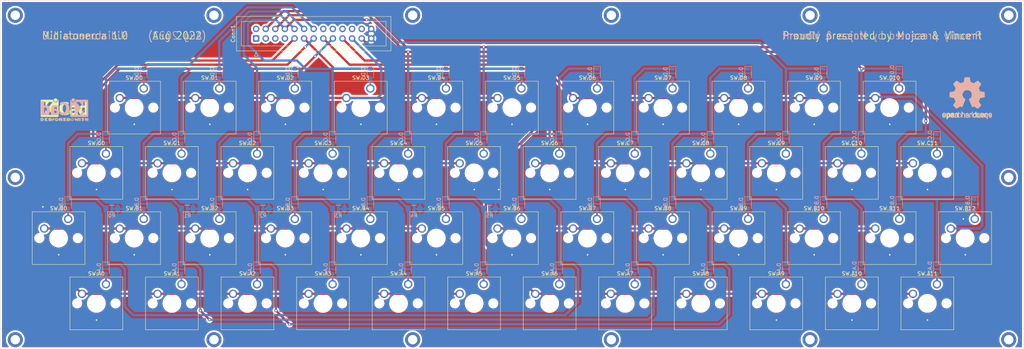
<source format=kicad_pcb>
(kicad_pcb (version 20211014) (generator pcbnew)
  (layers (0 "F.Cu" signal) (31 "B.Cu" signal) (34 "B.Paste" user) (35 "F.Paste" user) (36 "B.SilkS" user "B.Silkscreen") (37 "F.SilkS" user "F.Silkscreen") (38 "B.Mask" user) (39 "F.Mask" user) (44 "Edge.Cuts" user))
  (net 0 "")
  (net 4 "arduino_A5")
  (net 6 "arduino_A4")
  (net 8 "arduino_A3")
  (net 9 "arduino_D5")
  (net 10 "arduino_A2")
  (net 11 "arduino_D6")
  (net 12 "arduino_A1")
  (net 13 "arduino_D7")
  (net 14 "arduino_A0")
  (net 15 "arduino_D8")
  (net 17 "arduino_D9")
  (net 19 "arduino_D10")
  (net 21 "arduino_D11")
  (net 23 "arduino_D12")
  (net 25 "GND")
  (net 26 "Net-(D.A0-Pad2)")
  (net 27 "Net-(D.A1-Pad2)")
  (net 28 "Net-(D.A2-Pad2)")
  (net 29 "Net-(D.A3-Pad2)")
  (net 30 "Net-(D.A4-Pad2)")
  (net 31 "Net-(D.A5-Pad2)")
  (net 32 "Net-(D.A6-Pad2)")
  (net 33 "Net-(D.A7-Pad2)")
  (net 34 "Net-(D.A8-Pad2)")
  (net 35 "Net-(D.A9-Pad2)")
  (net 36 "Net-(D.A10-Pad2)")
  (net 37 "Net-(D.A11-Pad2)")
  (net 38 "Net-(D.B0-Pad2)")
  (net 39 "Net-(D.B1-Pad2)")
  (net 40 "Net-(D.B2-Pad2)")
  (net 41 "Net-(D.B3-Pad2)")
  (net 42 "Net-(D.B4-Pad2)")
  (net 43 "Net-(D.B5-Pad2)")
  (net 44 "Net-(D.B6-Pad2)")
  (net 45 "Net-(D.B7-Pad2)")
  (net 46 "Net-(D.B8-Pad2)")
  (net 47 "Net-(D.B9-Pad2)")
  (net 48 "Net-(D.B10-Pad2)")
  (net 49 "Net-(D.B11-Pad2)")
  (net 50 "Net-(D.B12-Pad2)")
  (net 51 "Net-(D.C0-Pad2)")
  (net 52 "Net-(D.C1-Pad2)")
  (net 53 "Net-(D.C2-Pad2)")
  (net 54 "Net-(D.C3-Pad2)")
  (net 55 "Net-(D.C4-Pad2)")
  (net 56 "Net-(D.C5-Pad2)")
  (net 57 "Net-(D.C6-Pad2)")
  (net 58 "Net-(D.C7-Pad2)")
  (net 59 "Net-(D.C8-Pad2)")
  (net 60 "Net-(D.C9-Pad2)")
  (net 61 "Net-(D.C10-Pad2)")
  (net 62 "Net-(D.C11-Pad2)")
  (net 63 "Net-(D.D0-Pad2)")
  (net 64 "Net-(D.D1-Pad2)")
  (net 65 "Net-(D.D2-Pad2)")
  (net 66 "Net-(D.D3-Pad2)")
  (net 67 "Net-(D.D4-Pad2)")
  (net 68 "Net-(D.D5-Pad2)")
  (net 69 "Net-(D.D6-Pad2)")
  (net 70 "Net-(D.D7-Pad2)")
  (net 71 "Net-(D.D8-Pad2)")
  (net 72 "Net-(D.D9-Pad2)")
  (net 73 "Net-(D.D10-Pad2)")
  (footprint "" (layer "F.Cu") (at 216.4 11)
    (fp_text reference "")
    (fp_text value "")
  )
  (footprint "Button_Switch_Keyboard:SW_Cherry_MX_1.00u_PCB" (layer "F.Cu") (at 240 30.4)
    (fp_text reference "SW.D10")
    (fp_text value "SPST")
  )
  (footprint "Button_Switch_Keyboard:SW_Cherry_MX_1.00u_PCB" (layer "F.Cu") (at 180 65)
    (fp_text reference "SW.B8")
    (fp_text value "SPST")
  )
  (footprint "Button_Switch_Keyboard:SW_Cherry_MX_1.00u_PCB" (layer "F.Cu") (at 200 30.4)
    (fp_text reference "SW.D8")
    (fp_text value "SPST")
  )
  (footprint "Button_Switch_Keyboard:SW_Cherry_MX_1.00u_PCB" (layer "F.Cu") (at 100 30.4)
    (fp_text reference "SW.D3")
    (fp_text value "SPST")
  )
  (footprint "Symbol:OSHW-Logo2_14.6x12mm_SilkScreen" (layer "F.Cu") (at 258 33)
    (fp_text reference "REF**" hide)
    (fp_text value "OSHW-Logo2_14.6x12mm_SilkScreen" hide)
  )
  (footprint "Button_Switch_Keyboard:SW_Cherry_MX_1.00u_PCB" (layer "F.Cu") (at 40 30.4)
    (fp_text reference "SW.D0")
    (fp_text value "SPST")
  )
  (footprint "Button_Switch_Keyboard:SW_Cherry_MX_1.00u_PCB" (layer "F.Cu") (at 90 82.3)
    (fp_text reference "SW.A3")
    (fp_text value "SPST")
  )
  (footprint "Button_Switch_Keyboard:SW_Cherry_MX_1.00u_PCB" (layer "F.Cu") (at 30 47.7)
    (fp_text reference "SW.C0")
    (fp_text value "SPST")
  )
  (footprint "Button_Switch_Keyboard:SW_Cherry_MX_1.00u_PCB" (layer "F.Cu") (at 210 82.3)
    (fp_text reference "SW.A9")
    (fp_text value "SPST")
  )
  (footprint "Button_Switch_Keyboard:SW_Cherry_MX_1.00u_PCB" (layer "F.Cu") (at 20 65)
    (fp_text reference "SW.B0")
    (fp_text value "SPST")
  )
  (footprint "Button_Switch_Keyboard:SW_Cherry_MX_1.00u_PCB" (layer "F.Cu") (at 200 65)
    (fp_text reference "SW.B9")
    (fp_text value "SPST")
  )
  (footprint "Button_Switch_Keyboard:SW_Cherry_MX_1.00u_PCB" (layer "F.Cu") (at 90 47.7)
    (fp_text reference "SW.C3")
    (fp_text value "SPST")
  )
  (footprint "Button_Switch_Keyboard:SW_Cherry_MX_1.00u_PCB" (layer "F.Cu") (at 60 65)
    (fp_text reference "SW.B2")
    (fp_text value "SPST")
  )
  (footprint "Button_Switch_Keyboard:SW_Cherry_MX_1.00u_PCB" (layer "F.Cu") (at 250 82.3)
    (fp_text reference "SW.A11")
    (fp_text value "SPST")
  )
  (footprint "Button_Switch_Keyboard:SW_Cherry_MX_1.00u_PCB" (layer "F.Cu") (at 100 65)
    (fp_text reference "SW.B4")
    (fp_text value "SPST")
  )
  (footprint "Button_Switch_Keyboard:SW_Cherry_MX_1.00u_PCB" (layer "F.Cu") (at 170 47.7)
    (fp_text reference "SW.C7")
    (fp_text value "SPST")
  )
  (footprint "" (layer "F.Cu") (at 269 54)
    (fp_text reference "")
    (fp_text value "")
  )
  (footprint "" (layer "F.Cu") (at 269 97)
    (fp_text reference "")
    (fp_text value "")
  )
  (footprint "" (layer "F.Cu") (at 216.4 97)
    (fp_text reference "")
    (fp_text value "")
  )
  (footprint "Button_Switch_Keyboard:SW_Cherry_MX_1.00u_PCB" (layer "F.Cu") (at 70 82.3)
    (fp_text reference "SW.A2")
    (fp_text value "SPST")
  )
  (footprint "Button_Switch_Keyboard:SW_Cherry_MX_1.00u_PCB" (layer "F.Cu") (at 80 30.4)
    (fp_text reference "SW.D2")
    (fp_text value "SPST")
  )
  (footprint "Button_Switch_Keyboard:SW_Cherry_MX_1.00u_PCB" (layer "F.Cu") (at 260 65)
    (fp_text reference "SW.B12")
    (fp_text value "SPST")
  )
  (footprint "Button_Switch_Keyboard:SW_Cherry_MX_1.00u_PCB" (layer "F.Cu") (at 30 82.3)
    (fp_text reference "SW.A0")
    (fp_text value "SPST")
  )
  (footprint "Button_Switch_Keyboard:SW_Cherry_MX_1.00u_PCB" (layer "F.Cu") (at 50 47.7)
    (fp_text reference "SW.C1")
    (fp_text value "SPST")
  )
  (footprint "Button_Switch_Keyboard:SW_Cherry_MX_1.00u_PCB" (layer "F.Cu") (at 190 47.7)
    (fp_text reference "SW.C8")
    (fp_text value "SPST")
  )
  (footprint "Button_Switch_Keyboard:SW_Cherry_MX_1.00u_PCB" (layer "F.Cu") (at 220 30.4)
    (fp_text reference "SW.D9")
    (fp_text value "SPST")
  )
  (footprint "Button_Switch_Keyboard:SW_Cherry_MX_1.00u_PCB" (layer "F.Cu") (at 40 65)
    (fp_text reference "SW.B1")
    (fp_text value "SPST")
  )
  (footprint "Connector_IDC:IDC-Header_2x13_P2.54mm_Vertical" (layer "F.Cu") (at 69.76 17.1525 90)
    (fp_text reference "Conn1")
    (fp_text value "Conn_02x13_Odd_Even")
  )
  (footprint "Button_Switch_Keyboard:SW_Cherry_MX_1.00u_PCB" (layer "F.Cu") (at 140 65)
    (fp_text reference "SW.B6")
    (fp_text value "SPST")
  )
  (footprint "" (layer "F.Cu") (at 163.8 97)
    (fp_text reference "")
    (fp_text value "")
  )
  (footprint "" (layer "F.Cu") (at 6 54)
    (fp_text reference "")
    (fp_text value "")
  )
  (footprint "Button_Switch_Keyboard:SW_Cherry_MX_1.00u_PCB" (layer "F.Cu") (at 110 47.7)
    (fp_text reference "SW.C4")
    (fp_text value "SPST")
  )
  (footprint "" (layer "F.Cu") (at 6 97)
    (fp_text reference "")
    (fp_text value "")
  )
  (footprint "Button_Switch_Keyboard:SW_Cherry_MX_1.00u_PCB" (layer "F.Cu") (at 110 82.3)
    (fp_text reference "SW.A4")
    (fp_text value "SPST")
  )
  (footprint "Button_Switch_Keyboard:SW_Cherry_MX_1.00u_PCB" (layer "F.Cu") (at 160 30.4)
    (fp_text reference "SW.D6")
    (fp_text value "SPST")
  )
  (footprint "" (layer "F.Cu") (at 111.2 11)
    (fp_text reference "")
    (fp_text value "")
  )
  (footprint "Button_Switch_Keyboard:SW_Cherry_MX_1.00u_PCB" (layer "F.Cu") (at 150 47.7)
    (fp_text reference "SW.C6")
    (fp_text value "SPST")
  )
  (footprint "Button_Switch_Keyboard:SW_Cherry_MX_1.00u_PCB" (layer "F.Cu") (at 170 82.3)
    (fp_text reference "SW.A7")
    (fp_text value "SPST")
  )
  (footprint "Button_Switch_Keyboard:SW_Cherry_MX_1.00u_PCB" (layer "F.Cu") (at 120 30.4)
    (fp_text reference "SW.D4")
    (fp_text value "SPST")
  )
  (footprint "Button_Switch_Keyboard:SW_Cherry_MX_1.00u_PCB" (layer "F.Cu") (at 190 82.3)
    (fp_text reference "SW.A8")
    (fp_text value "SPST")
  )
  (footprint "" (layer "F.Cu") (at 269 11)
    (fp_text reference "")
    (fp_text value "")
  )
  (footprint "Button_Switch_Keyboard:SW_Cherry_MX_1.00u_PCB" (layer "F.Cu") (at 220 65)
    (fp_text reference "SW.B10")
    (fp_text value "SPST")
  )
  (footprint "Button_Switch_Keyboard:SW_Cherry_MX_1.00u_PCB" (layer "F.Cu") (at 130 82.3)
    (fp_text reference "SW.A5")
    (fp_text value "SPST")
  )
  (footprint "Button_Switch_Keyboard:SW_Cherry_MX_1.00u_PCB" (layer "F.Cu") (at 130 47.7)
    (fp_text reference "SW.C5")
    (fp_text value "SPST")
  )
  (footprint "" (layer "F.Cu") (at 111.2 97)
    (fp_text reference "")
    (fp_text value "")
  )
  (footprint "Button_Switch_Keyboard:SW_Cherry_MX_1.00u_PCB" (layer "F.Cu") (at 160 65)
    (fp_text reference "SW.B7")
    (fp_text value "SPST")
  )
  (footprint "Button_Switch_Keyboard:SW_Cherry_MX_1.00u_PCB" (layer "F.Cu") (at 80 65)
    (fp_text reference "SW.B3")
    (fp_text value "SPST")
  )
  (footprint "Button_Switch_Keyboard:SW_Cherry_MX_1.00u_PCB" (layer "F.Cu") (at 180 30.4)
    (fp_text reference "SW.D7")
    (fp_text value "SPST")
  )
  (footprint "Button_Switch_Keyboard:SW_Cherry_MX_1.00u_PCB" (layer "F.Cu") (at 70 47.7)
    (fp_text reference "SW.C2")
    (fp_text value "SPST")
  )
  (footprint "" (layer "F.Cu") (at 6 11)
    (fp_text reference "")
    (fp_text value "")
  )
  (footprint "Button_Switch_Keyboard:SW_Cherry_MX_1.00u_PCB" (layer "F.Cu") (at 250 47.7)
    (fp_text reference "SW.C11")
    (fp_text value "SPST")
  )
  (footprint "" (layer "F.Cu") (at 58.6 97)
    (fp_text reference "")
    (fp_text value "")
  )
  (footprint "Button_Switch_Keyboard:SW_Cherry_MX_1.00u_PCB" (layer "F.Cu") (at 240 65)
    (fp_text reference "SW.B11")
    (fp_text value "SPST")
  )
  (footprint "Button_Switch_Keyboard:SW_Cherry_MX_1.00u_PCB" (layer "F.Cu") (at 210 47.7)
    (fp_text reference "SW.C9")
    (fp_text value "SPST")
  )
  (footprint "" (layer "F.Cu") (at 163.8 11)
    (fp_text reference "")
    (fp_text value "")
  )
  (footprint "Button_Switch_Keyboard:SW_Cherry_MX_1.00u_PCB" (layer "F.Cu") (at 140 30.4)
    (fp_text reference "SW.D5")
    (fp_text value "SPST")
  )
  (footprint "Button_Switch_Keyboard:SW_Cherry_MX_1.00u_PCB" (layer "F.Cu") (at 150 82.3)
    (fp_text reference "SW.A6")
    (fp_text value "SPST")
  )
  (footprint "" (layer "F.Cu") (at 58.6 11)
    (fp_text reference "")
    (fp_text value "")
  )
  (footprint "Button_Switch_Keyboard:SW_Cherry_MX_1.00u_PCB" (layer "F.Cu") (at 230 47.7)
    (fp_text reference "SW.C10")
    (fp_text value "SPST")
  )
  (footprint "Button_Switch_Keyboard:SW_Cherry_MX_1.00u_PCB" (layer "F.Cu") (at 120 65)
    (fp_text reference "SW.B5")
    (fp_text value "SPST")
  )
  (footprint "Button_Switch_Keyboard:SW_Cherry_MX_1.00u_PCB" (layer "F.Cu") (at 50 82.3)
    (fp_text reference "SW.A1")
    (fp_text value "SPST")
  )
  (footprint "Button_Switch_Keyboard:SW_Cherry_MX_1.00u_PCB" (layer "F.Cu") (at 60 30.4)
    (fp_text reference "SW.D1")
    (fp_text value "SPST")
  )
  (footprint "Button_Switch_Keyboard:SW_Cherry_MX_1.00u_PCB" (layer "F.Cu") (at 230 82.3)
    (fp_text reference "SW.A10")
    (fp_text value "SPST")
  )
  (footprint "Symbol:KiCad-Logo2_5mm_SilkScreen" (layer "F.Cu") (at 19 36)
    (fp_text reference "REF**" hide)
    (fp_text value "KiCad-Logo2_5mm_SilkScreen" hide)
  )
  (footprint "Diode_SMD:D_SOD-323_HandSoldering" (layer "B.Cu") (at 210 43.7 -90)
    (fp_text reference "D.C9")
    (fp_text value "1N5819WS")
  )
  (footprint "Diode_SMD:D_SOD-323_HandSoldering" (layer "B.Cu") (at 250 78.3 -90)
    (fp_text reference "D.A11")
    (fp_text value "1N5819WS")
  )
  (footprint "Diode_SMD:D_SOD-323_HandSoldering" (layer "B.Cu") (at 240 61 -90)
    (fp_text reference "D.B11")
    (fp_text value "1N5819WS")
  )
  (footprint "Diode_SMD:D_SOD-323_HandSoldering" (layer "B.Cu") (at 250 43.7 -90)
    (fp_text reference "D.C11")
    (fp_text value "1N5819WS")
  )
  (footprint "Diode_SMD:D_SOD-323_HandSoldering" (layer "B.Cu") (at 160 26.4 -90)
    (fp_text reference "D.D6")
    (fp_text value "1N5819WS")
  )
  (footprint "Diode_SMD:D_SOD-323_HandSoldering" (layer "B.Cu") (at 60 61 -90)
    (fp_text reference "D.B2")
    (fp_text value "1N5819WS")
  )
  (footprint "Diode_SMD:D_SOD-323_HandSoldering" (layer "B.Cu") (at 240 26.4 -90)
    (fp_text reference "D.D10")
    (fp_text value "1N5819WS")
  )
  (footprint "Diode_SMD:D_SOD-323_HandSoldering" (layer "B.Cu") (at 140 26.4 -90)
    (fp_text reference "D.D5")
    (fp_text value "1N5819WS")
  )
  (footprint "Diode_SMD:D_SOD-323_HandSoldering" (layer "B.Cu") (at 100 61 -90)
    (fp_text reference "D.B4")
    (fp_text value "1N5819WS")
  )
  (footprint "Resistor_SMD:R_1206_3216Metric_Pad1.30x1.75mm_HandSolder" (layer "B.Cu") (at 31.55 62.3)
    (fp_text reference "R0")
    (fp_text value "10k")
  )
  (footprint "Diode_SMD:D_SOD-323_HandSoldering" (layer "B.Cu") (at 200 61 -90)
    (fp_text reference "D.B9")
    (fp_text value "1N5819WS")
  )
  (footprint "Diode_SMD:D_SOD-323_HandSoldering" (layer "B.Cu") (at 110 78.3 -90)
    (fp_text reference "D.A4")
    (fp_text value "1N5819WS")
  )
  (footprint "Diode_SMD:D_SOD-323_HandSoldering" (layer "B.Cu") (at 30 43.7 -90)
    (fp_text reference "D.C0")
    (fp_text value "1N5819WS")
  )
  (footprint "Diode_SMD:D_SOD-323_HandSoldering" (layer "B.Cu") (at 170 43.7 -90)
    (fp_text reference "D.C7")
    (fp_text value "1N5819WS")
  )
  (footprint "Diode_SMD:D_SOD-323_HandSoldering" (layer "B.Cu") (at 170 78.3 -90)
    (fp_text reference "D.A7")
    (fp_text value "1N5819WS")
  )
  (footprint "Diode_SMD:D_SOD-323_HandSoldering" (layer "B.Cu") (at 50 78.3 -90)
    (fp_text reference "D.A1")
    (fp_text value "1N5819WS")
  )
  (footprint "Symbol:KiCad-Logo2_5mm_SilkScreen" (layer "B.Cu") (at 19 36 180)
    (fp_text reference "REF**" hide)
    (fp_text value "KiCad-Logo2_5mm_SilkScreen" hide)
  )
  (footprint "Diode_SMD:D_SOD-323_HandSoldering" (layer "B.Cu") (at 260 61 -90)
    (fp_text reference "D.B12")
    (fp_text value "1N5819WS")
  )
  (footprint "Diode_SMD:D_SOD-323_HandSoldering" (layer "B.Cu") (at 220 26.4 -90)
    (fp_text reference "D.D9")
    (fp_text value "1N5819WS")
  )
  (footprint "Symbol:OSHW-Logo2_14.6x12mm_SilkScreen" (layer "B.Cu") (at 258 33 180)
    (fp_text reference "REF**" hide)
    (fp_text value "OSHW-Logo2_14.6x12mm_SilkScreen" hide)
  )
  (footprint "Diode_SMD:D_SOD-323_HandSoldering" (layer "B.Cu") (at 20 61 -90)
    (fp_text reference "D.B0")
    (fp_text value "1N5819WS")
  )
  (footprint "Diode_SMD:D_SOD-323_HandSoldering" (layer "B.Cu") (at 40 26.4 -90)
    (fp_text reference "D.D0")
    (fp_text value "1N5819WS")
  )
  (footprint "Resistor_SMD:R_1206_3216Metric_Pad1.30x1.75mm_HandSolder" (layer "B.Cu") (at 51.55 62.3)
    (fp_text reference "R1")
    (fp_text value "10k")
  )
  (footprint "Diode_SMD:D_SOD-323_HandSoldering" (layer "B.Cu") (at 190 78.3 -90)
    (fp_text reference "D.A8")
    (fp_text value "1N5819WS")
  )
  (footprint "Diode_SMD:D_SOD-323_HandSoldering" (layer "B.Cu") (at 120 26.4 -90)
    (fp_text reference "D.D4")
    (fp_text value "1N5819WS")
  )
  (footprint "Diode_SMD:D_SOD-323_HandSoldering" (layer "B.Cu") (at 210 78.3 -90)
    (fp_text reference "D.A9")
    (fp_text value "1N5819WS")
  )
  (footprint "Diode_SMD:D_SOD-323_HandSoldering" (layer "B.Cu") (at 140 61 -90)
    (fp_text reference "D.B6")
    (fp_text value "1N5819WS")
  )
  (footprint "Diode_SMD:D_SOD-323_HandSoldering" (layer "B.Cu") (at 100 26.4 -90)
    (fp_text reference "D.D3")
    (fp_text value "1N5819WS")
  )
  (footprint "Resistor_SMD:R_1206_3216Metric_Pad1.30x1.75mm_HandSolder" (layer "B.Cu") (at 111.55 62.3)
    (fp_text reference "R4")
    (fp_text value "10k")
  )
  (footprint "Diode_SMD:D_SOD-323_HandSoldering" (layer "B.Cu") (at 180 26.4 -90)
    (fp_text reference "D.D7")
    (fp_text value "1N5819WS")
  )
  (footprint "Diode_SMD:D_SOD-323_HandSoldering" (layer "B.Cu") (at 160 61 -90)
    (fp_text reference "D.B7")
    (fp_text value "1N5819WS")
  )
  (footprint "Diode_SMD:D_SOD-323_HandSoldering" (layer "B.Cu") (at 190 43.7 -90)
    (fp_text reference "D.C8")
    (fp_text value "1N5819WS")
  )
  (footprint "Diode_SMD:D_SOD-323_HandSoldering" (layer "B.Cu") (at 230 43.7 -90)
    (fp_text reference "D.C10")
    (fp_text value "1N5819WS")
  )
  (footprint "Diode_SMD:D_SOD-323_HandSoldering" (layer "B.Cu") (at 70 78.3 -90)
    (fp_text reference "D.A2")
    (fp_text value "1N5819WS")
  )
  (footprint "Resistor_SMD:R_1206_3216Metric_Pad1.30x1.75mm_HandSolder" (layer "B.Cu") (at 71.55 62.3)
    (fp_text reference "R2")
    (fp_text value "10k")
  )
  (footprint "Diode_SMD:D_SOD-323_HandSoldering" (layer "B.Cu") (at 220 61 -90)
    (fp_text reference "D.B10")
    (fp_text value "1N5819WS")
  )
  (footprint "Diode_SMD:D_SOD-323_HandSoldering" (layer "B.Cu") (at 120 61 -90)
    (fp_text reference "D.B5")
    (fp_text value "1N5819WS")
  )
  (footprint "Diode_SMD:D_SOD-323_HandSoldering" (layer "B.Cu") (at 60 26.4 -90)
    (fp_text reference "D.D1")
    (fp_text value "1N5819WS")
  )
  (footprint "Diode_SMD:D_SOD-323_HandSoldering" (layer "B.Cu") (at 150 78.3 -90)
    (fp_text reference "D.A6")
    (fp_text value "1N5819WS")
  )
  (footprint "Diode_SMD:D_SOD-323_HandSoldering" (layer "B.Cu") (at 80 26.4 -90)
    (fp_text reference "D.D2")
    (fp_text value "1N5819WS")
  )
  (footprint "Diode_SMD:D_SOD-323_HandSoldering" (layer "B.Cu") (at 40 61 -90)
    (fp_text reference "D.B1")
    (fp_text value "1N5819WS")
  )
  (footprint "Diode_SMD:D_SOD-323_HandSoldering" (layer "B.Cu") (at 150 43.7 -90)
    (fp_text reference "D.C6")
    (fp_text value "1N5819WS")
  )
  (footprint "Diode_SMD:D_SOD-323_HandSoldering" (layer "B.Cu") (at 70 43.7 -90)
    (fp_text reference "D.C2")
    (fp_text value "1N5819WS")
  )
  (footprint "Diode_SMD:D_SOD-323_HandSoldering" (layer "B.Cu") (at 80 61 -90)
    (fp_text reference "D.B3")
    (fp_text value "1N5819WS")
  )
  (footprint "Diode_SMD:D_SOD-323_HandSoldering" (layer "B.Cu") (at 200 26.4 -90)
    (fp_text reference "D.D8")
    (fp_text value "1N5819WS")
  )
  (footprint "Diode_SMD:D_SOD-323_HandSoldering" (layer "B.Cu") (at 130 43.7 -90)
    (fp_text reference "D.C5")
    (fp_text value "1N5819WS")
  )
  (footprint "Diode_SMD:D_SOD-323_HandSoldering" (layer "B.Cu") (at 90 43.7 -90)
    (fp_text reference "D.C3")
    (fp_text value "1N5819WS")
  )
  (footprint "Resistor_SMD:R_1206_3216Metric_Pad1.30x1.75mm_HandSolder" (layer "B.Cu") (at 91.55 62.3)
    (fp_text reference "R3")
    (fp_text value "10k")
  )
  (footprint "Diode_SMD:D_SOD-323_HandSoldering" (layer "B.Cu") (at 90 78.3 -90)
    (fp_text reference "D.A3")
    (fp_text value "1N5819WS")
  )
  (footprint "Diode_SMD:D_SOD-323_HandSoldering" (layer "B.Cu") (at 180 61 -90)
    (fp_text reference "D.B8")
    (fp_text value "1N5819WS")
  )
  (footprint "Diode_SMD:D_SOD-323_HandSoldering" (layer "B.Cu") (at 130 78.3 -90)
    (fp_text reference "D.A5")
    (fp_text value "1N5819WS")
  )
  (footprint "Resistor_SMD:R_1206_3216Metric_Pad1.30x1.75mm_HandSolder" (layer "B.Cu") (at 131.55 62.3)
    (fp_text reference "R5")
    (fp_text value "10k")
  )
  (footprint "Diode_SMD:D_SOD-323_HandSoldering" (layer "B.Cu") (at 230 78.3 -90)
    (fp_text reference "D.A10")
    (fp_text value "1N5819WS")
  )
  (footprint "Diode_SMD:D_SOD-323_HandSoldering" (layer "B.Cu") (at 30 78.3 -90)
    (fp_text reference "D.A0")
    (fp_text value "1N5819WS")
  )
  (footprint "Diode_SMD:D_SOD-323_HandSoldering" (layer "B.Cu") (at 110 43.7 -90)
    (fp_text reference "D.C4")
    (fp_text value "1N5819WS")
  )
  (footprint "Diode_SMD:D_SOD-323_HandSoldering" (layer "B.Cu") (at 50 43.7 -90)
    (fp_text reference "D.C1")
    (fp_text value "1N5819WS")
  )
  (gr_rect (start 2 7) (end 273 99.5) (layer "Edge.Cuts") (width 0.1) (fill none))
  (gr_text "Proudly presented by Mojca & Vincent" (at 262 16.4) (layer "B.SilkS") (effects (font (size 2 1.8) (thickness 0.2)) (justify left mirror)))
  (gr_text "Midiatonerca 1.0" (at 36 16.4) (layer "B.SilkS") (effects (font (size 2 1.8) (thickness 0.2)) (justify left mirror)))
  (gr_text "(Aug 2022)" (at 41 16.4) (layer "B.SilkS") (effects (font (size 2 1.8) (thickness 0.2)) (justify right mirror)))
  (gr_text "Proudly presented by Mojca & Vincent" (at 262 16.4) (layer "F.SilkS") (effects (font (size 2 1.8) (thickness 0.2)) (justify right)))
  (gr_text "(Aug 2022)" (at 41 16.4) (layer "F.SilkS") (effects (font (size 2 1.8) (thickness 0.2)) (justify left)))
  (gr_text "Midiatonerca 1.0" (at 36 16.4) (layer "F.SilkS") (effects (font (size 2 1.8) (thickness 0.2)) (justify right)))
  (segment (start 77.013525 9.898975) (end 99.95461 9.898975) (width 0.6) (layer "F.Cu") (net 4))
  (segment (start 109.505635 19.45) (end 237.85 19.45) (width 0.6) (layer "F.Cu") (net 4))
  (segment (start 237.85 19.45) (end 247.05 28.65) (width 0.6) (layer "F.Cu") (net 4))
  (segment (start 247.05 28.65) (end 247.05 39.05) (width 0.6) (layer "F.Cu") (net 4))
  (segment (start 72.3 14.6125) (end 77.013525 9.898975) (width 0.6) (layer "F.Cu") (net 4))
  (segment (start 99.95461 9.898975) (end 109.505635 19.45) (width 0.6) (layer "F.Cu") (net 4))
  (via (at 130 19.4) (size 0.8) (drill 0.4) (layers "F.Cu" "B.Cu") (net 4))
  (via (at 247.05 39.05) (size 0.8) (drill 0.4) (layers "F.Cu" "B.Cu") (net 4))
  (segment (start 247.05 42.45) (end 247.05 39.05) (width 0.6) (layer "B.Cu") (net 4))
  (segment (start 249.85 59.75) (end 260 59.75) (width 0.6) (layer "B.Cu") (net 4))
  (segment (start 240 59.75) (end 249.85 59.75) (width 0.6) (layer "B.Cu") (net 4))
  (segment (start 242.5 42.45) (end 240 44.95) (width 0.6) (layer "B.Cu") (net 4))
  (segment (start 130 25.4) (end 130 19.4) (width 0.6) (layer "B.Cu") (net 4))
  (segment (start 240 44.95) (end 240 59.75) (width 0.6) (layer "B.Cu") (net 4))
  (segment (start 250 77.05) (end 250 60) (width 0.6) (layer "B.Cu") (net 4))
  (segment (start 247.05 42.45) (end 242.5 42.45) (width 0.6) (layer "B.Cu") (net 4))
  (segment (start 130 42.45) (end 122.5 42.45) (width 0.6) (layer "B.Cu") (net 4))
  (segment (start 130 25.4) (end 130 42.45) (width 0.6) (layer "B.Cu") (net 4))
  (segment (start 120 44.95) (end 120 59.75) (width 0.6) (layer "B.Cu") (net 4))
  (segment (start 122.5 42.45) (end 120 44.95) (width 0.6) (layer "B.Cu") (net 4))
  (segment (start 127.5 59.75) (end 127.5 59.8) (width 0.6) (layer "B.Cu") (net 4))
  (segment (start 247.05 42.45) (end 250 42.45) (width 0.6) (layer "B.Cu") (net 4))
  (segment (start 130.25 25.15) (end 140 25.15) (width 0.6) (layer "B.Cu") (net 4))
  (segment (start 250 59.9) (end 249.85 59.75) (width 0.6) (layer "B.Cu") (net 4))
  (segment (start 130 62.3) (end 130 77.05) (width 0.6) (layer "B.Cu") (net 4))
  (segment (start 130 25.4) (end 130.25 25.15) (width 0.6) (layer "B.Cu") (net 4))
  (segment (start 127.5 59.75) (end 120 59.75) (width 0.6) (layer "B.Cu") (net 4))
  (segment (start 127.5 59.8) (end 130 62.3) (width 0.6) (layer "B.Cu") (net 4))
  (segment (start 110 20.7) (end 225.6 20.7) (width 0.6) (layer "F.Cu") (net 6))
  (segment (start 110 20.7) (end 109.2 20.7) (width 0.6) (layer "F.Cu") (net 6))
  (segment (start 74.84 14.6125) (end 78.453525 10.998975) (width 0.6) (layer "F.Cu") (net 6))
  (segment (start 109.2 20.7) (end 99.7 11.2) (width 0.6) (layer "F.Cu") (net 6))
  (segment (start 225.6 20.7) (end 230.05 25.15) (width 0.6) (layer "F.Cu") (net 6))
  (segment (start 78.453525 10.998975) (end 99.498975 10.998975) (width 0.6) (layer "F.Cu") (net 6))
  (segment (start 99.498975 10.998975) (end 99.7 11.2) (width 0.6) (layer "F.Cu") (net 6))
  (via (at 110 20.7) (size 0.8) (drill 0.4) (layers "F.Cu" "B.Cu") (net 6))
  (via (at 230.05 25.15) (size 0.8) (drill 0.4) (layers "F.Cu" "B.Cu") (net 6))
  (segment (start 222.5 42.45) (end 220 44.95) (width 0.6) (layer "B.Cu") (net 6))
  (segment (start 227.5 59.75) (end 230 62.25) (width 0.6) (layer "B.Cu") (net 6))
  (segment (start 110 42.45) (end 110 20.7) (width 0.6) (layer "B.Cu") (net 6))
  (segment (start 107.5 59.75) (end 110 62.25) (width 0.6) (layer "B.Cu") (net 6))
  (segment (start 220 59.75) (end 227.5 59.75) (width 0.6) (layer "B.Cu") (net 6))
  (segment (start 110.05 25.15) (end 120 25.15) (width 0.6) (layer "B.Cu") (net 6))
  (segment (start 230 42.45) (end 222.5 42.45) (width 0.6) (layer "B.Cu") (net 6))
  (segment (start 110 42.45) (end 103.5 42.45) (width 0.6) (layer "B.Cu") (net 6))
  (segment (start 110 63.5) (end 110 77.05) (width 0.6) (layer "B.Cu") (net 6))
  (segment (start 230.05 25.15) (end 240 25.15) (width 0.6) (layer "B.Cu") (net 6))
  (segment (start 220 44.95) (end 220 59.75) (width 0.6) (layer "B.Cu") (net 6))
  (segment (start 230 25.2) (end 230.05 25.15) (width 0.6) (layer "B.Cu") (net 6))
  (segment (start 230 25.2) (end 230 42.45) (width 0.6) (layer "B.Cu") (net 6))
  (segment (start 230 62.25) (end 230 77.05) (width 0.6) (layer "B.Cu") (net 6))
  (segment (start 107.5 59.75) (end 100 59.75) (width 0.6) (layer "B.Cu") (net 6))
  (segment (start 103.5 42.45) (end 100 45.95) (width 0.6) (layer "B.Cu") (net 6))
  (segment (start 110 62.25) (end 110 63.5) (width 0.6) (layer "B.Cu") (net 6))
  (segment (start 100 45.95) (end 100 59.75) (width 0.6) (layer "B.Cu") (net 6))
  (segment (start 79.793525 12.198975) (end 99.001025 12.198975) (width 0.6) (layer "F.Cu") (net 8))
  (segment (start 77.38 14.6125) (end 79.793525 12.198975) (width 0.6) (layer "F.Cu") (net 8))
  (via (at 99.001025 12.198975) (size 0.8) (drill 0.4) (layers "F.Cu" "B.Cu") (net 8))
  (segment (start 74.966475 12.198975) (end 68.801025 12.198975) (width 0.6) (layer "B.Cu") (net 8))
  (segment (start 210 25.2) (end 210 42.45) (width 0.6) (layer "B.Cu") (net 8))
  (segment (start 99.001025 12.198975) (end 100.159928 12.198975) (width 0.6) (layer "B.Cu") (net 8))
  (segment (start 100.159928 12.198975) (end 100.160953 12.2) (width 0.6) (layer "B.Cu") (net 8))
  (segment (start 210 25.2) (end 210.05 25.15) (width 0.6) (layer "B.Cu") (net 8))
  (segment (start 210 62.25) (end 210 77.05) (width 0.6) (layer "B.Cu") (net 8))
  (segment (start 87.5 59.75) (end 80 59.75) (width 0.6) (layer "B.Cu") (net 8))
  (segment (start 87.5 59.75) (end 90 62.25) (width 0.6) (layer "B.Cu") (net 8))
  (segment (start 71.873974 23) (end 80.6 23) (width 0.6) (layer "B.Cu") (net 8))
  (segment (start 207.5 59.75) (end 210 62.25) (width 0.6) (layer "B.Cu") (net 8))
  (segment (start 82.5 42.45) (end 80 44.95) (width 0.6) (layer "B.Cu") (net 8))
  (segment (start 90 25.2) (end 90.05 25.15) (width 0.6) (layer "B.Cu") (net 8))
  (segment (start 68.801025 12.198975) (end 67.6 13.4) (width 0.6) (layer "B.Cu") (net 8))
  (segment (start 210 42.45) (end 202.5 42.45) (width 0.6) (layer "B.Cu") (net 8))
  (segment (start 90 62.25) (end 90 63.65) (width 0.6) (layer "B.Cu") (net 8))
  (segment (start 90 42.45) (end 90 25.2) (width 0.6) (layer "B.Cu") (net 8))
  (segment (start 90 42.45) (end 82.5 42.45) (width 0.6) (layer "B.Cu") (net 8))
  (segment (start 210.05 25.15) (end 220 25.15) (width 0.6) (layer "B.Cu") (net 8))
  (segment (start 200 44.95) (end 200 59.75) (width 0.6) (layer "B.Cu") (net 8))
  (segment (start 90 63.65) (end 90 77.05) (width 0.6) (layer "B.Cu") (net 8))
  (segment (start 80 44.95) (end 80 59.75) (width 0.6) (layer "B.Cu") (net 8))
  (segment (start 203.1 18.2) (end 210.05 25.15) (width 0.6) (layer "B.Cu") (net 8))
  (segment (start 202.5 42.45) (end 200 44.95) (width 0.6) (layer "B.Cu") (net 8))
  (segment (start 82.8 25.2) (end 90 25.2) (width 0.6) (layer "B.Cu") (net 8))
  (segment (start 77.38 14.6125) (end 74.966475 12.198975) (width 0.6) (layer "B.Cu") (net 8))
  (segment (start 67.6 13.4) (end 67.6 18.726026) (width 0.6) (layer "B.Cu") (net 8))
  (segment (start 80.6 23) (end 82.8 25.2) (width 0.6) (layer "B.Cu") (net 8))
  (segment (start 200 59.75) (end 207.5 59.75) (width 0.6) (layer "B.Cu") (net 8))
  (segment (start 67.6 18.726026) (end 71.873974 23) (width 0.6) (layer "B.Cu") (net 8))
  (segment (start 101.2 12.2) (end 107.2 18.2) (width 0.6) (layer "B.Cu") (net 8))
  (segment (start 107.2 18.2) (end 203.1 18.2) (width 0.6) (layer "B.Cu") (net 8))
  (segment (start 90.05 25.15) (end 100 25.15) (width 0.6) (layer "B.Cu") (net 8))
  (segment (start 100.160953 12.2) (end 101.2 12.2) (width 0.6) (layer "B.Cu") (net 8))
  (segment (start 74.0725 23) (end 29.1 23) (width 0.6) (layer "F.Cu") (net 9))
  (segment (start 23.65 84.84) (end 23.660001 84.829999) (width 0.6) (layer "F.Cu") (net 9))
  (segment (start 23.660001 84.829999) (end 123.639999 84.829999) (width 0.6) (layer "F.Cu") (net 9))
  (segment (start 79.92 17.1525) (end 74.0725 23) (width 0.6) (layer "F.Cu") (net 9))
  (segment (start 29.1 23) (end 10.3 41.8) (width 0.6) (layer "F.Cu") (net 9))
  (segment (start 10.3 71.49) (end 23.65 84.84) (width 0.6) (layer "F.Cu") (net 9))
  (segment (start 123.639999 84.829999) (end 123.65 84.84) (width 0.6) (layer "F.Cu") (net 9))
  (segment (start 10.3 41.8) (end 10.3 71.49) (width 0.6) (layer "F.Cu") (net 9))
  (segment (start 75 89.3) (end 78.6 92.9) (width 0.6) (layer "F.Cu") (net 10))
  (via (at 75 89.3) (size 0.8) (drill 0.4) (layers "F.Cu" "B.Cu") (net 10))
  (via (at 78.6 92.9) (size 0.8) (drill 0.4) (layers "F.Cu" "B.Cu") (net 10))
  (segment (start 68.34539 11.098975) (end 66.5 12.944365) (width 0.6) (layer "B.Cu") (net 10))
  (segment (start 73.75 77.05) (end 75 78.3) (width 0.6) (layer "B.Cu") (net 10))
  (segment (start 76.406475 11.098975) (end 68.34539 11.098975) (width 0.6) (layer "B.Cu") (net 10))
  (segment (start 75 78.3) (end 75 89.3) (width 0.6) (layer "B.Cu") (net 10))
  (segment (start 78.6 92.9) (end 192.4 92.9) (width 0.6) (layer "B.Cu") (net 10))
  (segment (start 180 59.75) (end 187.5 59.75) (width 0.6) (layer "B.Cu") (net 10))
  (segment (start 182.5 42.45) (end 180 44.95) (width 0.6) (layer "B.Cu") (net 10))
  (segment (start 62.5 42.45) (end 60 44.95) (width 0.6) (layer "B.Cu") (net 10))
  (segment (start 66.5 21.5) (end 70.15 25.15) (width 0.6) (layer "B.Cu") (net 10))
  (segment (start 70.15 25.15) (end 80 25.15) (width 0.6) (layer "B.Cu") (net 10))
  (segment (start 187.5 59.75) (end 190 62.25) (width 0.6) (layer "B.Cu") (net 10))
  (segment (start 79.92 14.6125) (end 76.406475 11.098975) (width 0.6) (layer "B.Cu") (net 10))
  (segment (start 70 42.45) (end 62.5 42.45) (width 0.6) (layer "B.Cu") (net 10))
  (segment (start 192.5 25.15) (end 190 27.65) (width 0.6) (layer "B.Cu") (net 10))
  (segment (start 192.4 92.9) (end 195 90.3) (width 0.6) (layer "B.Cu") (net 10))
  (segment (start 195 78.3) (end 195 90.3) (width 0.6) (layer "B.Cu") (net 10))
  (segment (start 60 44.95) (end 60 59.75) (width 0.6) (layer "B.Cu") (net 10))
  (segment (start 190 27.65) (end 190 42.45) (width 0.6) (layer "B.Cu") (net 10))
  (segment (start 190 62.25) (end 190 77.05) (width 0.6) (layer "B.Cu") (net 10))
  (segment (start 67.5 59.75) (end 60 59.75) (width 0.6) (layer "B.Cu") (net 10))
  (segment (start 180 44.95) (end 180 59.75) (width 0.6) (layer "B.Cu") (net 10))
  (segment (start 66.5 12.944365) (end 66.5 21.5) (width 0.6) (layer "B.Cu") (net 10))
  (segment (start 70 63.35) (end 70 77.05) (width 0.6) (layer "B.Cu") (net 10))
  (segment (start 70 25.3) (end 70 42.45) (width 0.6) (layer "B.Cu") (net 10))
  (segment (start 67.5 59.75) (end 70 62.25) (width 0.6) (layer "B.Cu") (net 10))
  (segment (start 70 77.05) (end 73.75 77.05) (width 0.6) (layer "B.Cu") (net 10))
  (segment (start 190 77.05) (end 193.75 77.05) (width 0.6) (layer "B.Cu") (net 10))
  (segment (start 190 42.45) (end 182.5 42.45) (width 0.6) (layer "B.Cu") (net 10))
  (segment (start 193.75 77.05) (end 195 78.3) (width 0.6) (layer "B.Cu") (net 10))
  (segment (start 70 62.25) (end 70 63.35) (width 0.6) (layer "B.Cu") (net 10))
  (segment (start 70 25.3) (end 70.15 25.15) (width 0.6) (layer "B.Cu") (net 10))
  (segment (start 200 25.15) (end 192.5 25.15) (width 0.6) (layer "B.Cu") (net 10))
  (segment (start 243.639999 84.829999) (end 243.65 84.84) (width 0.6) (layer "F.Cu") (net 11))
  (segment (start 145.099799 28.799799) (end 145.099799 37.900201) (width 0.6) (layer "F.Cu") (net 11))
  (segment (start 130.6 52.4) (end 145.099799 37.900201) (width 0.6) (layer "F.Cu") (net 11))
  (segment (start 141.5 25.2) (end 90.5075 25.2) (width 0.6) (layer "F.Cu") (net 11))
  (segment (start 90.5075 25.2) (end 82.46 17.1525) (width 0.6) (layer "F.Cu") (net 11))
  (segment (start 143.660001 84.829999) (end 243.639999 84.829999) (width 0.6) (layer "F.Cu") (net 11))
  (segment (start 143.65 84.84) (end 130.6 71.79) (width 0.6) (layer "F.Cu") (net 11))
  (segment (start 130.6 52.4) (end 130.6 71.79) (width 0.6) (layer "F.Cu") (net 11))
  (segment (start 145.099799 28.799799) (end 141.5 25.2) (width 0.6) (layer "F.Cu") (net 11))
  (segment (start 55 89.3) (end 57.4 91.7) (width 0.6) (layer "F.Cu") (net 12))
  (via (at 57.4 91.7) (size 0.8) (drill 0.4) (layers "F.Cu" "B.Cu") (net 12))
  (via (at 55 89.3) (size 0.8) (drill 0.4) (layers "F.Cu" "B.Cu") (net 12))
  (segment (start 170 62.25) (end 170 77.05) (width 0.6) (layer "B.Cu") (net 12))
  (segment (start 173.6 91.7) (end 175 90.3) (width 0.6) (layer "B.Cu") (net 12))
  (segment (start 60 25.15) (end 52.5 25.15) (width 0.6) (layer "B.Cu") (net 12))
  (segment (start 170 27.65) (end 170 42.45) (width 0.6) (layer "B.Cu") (net 12))
  (segment (start 47.5 59.75) (end 50 62.25) (width 0.6) (layer "B.Cu") (net 12))
  (segment (start 77.846475 9.998975) (end 67.889756 9.998975) (width 0.6) (layer "B.Cu") (net 12))
  (segment (start 40 44.95) (end 40 59.75) (width 0.6) (layer "B.Cu") (net 12))
  (segment (start 172.5 25.15) (end 170 27.65) (width 0.6) (layer "B.Cu") (net 12))
  (segment (start 170 42.45) (end 162.5 42.45) (width 0.6) (layer "B.Cu") (net 12))
  (segment (start 50 27.65) (end 50 42.45) (width 0.6) (layer "B.Cu") (net 12))
  (segment (start 47.5 59.75) (end 40 59.75) (width 0.6) (layer "B.Cu") (net 12))
  (segment (start 42.5 42.45) (end 40 44.95) (width 0.6) (layer "B.Cu") (net 12))
  (segment (start 173.75 77.05) (end 170 77.05) (width 0.6) (layer "B.Cu") (net 12))
  (segment (start 180 25.15) (end 172.5 25.15) (width 0.6) (layer "B.Cu") (net 12))
  (segment (start 55 78.3) (end 55 89.3) (width 0.6) (layer "B.Cu") (net 12))
  (segment (start 50 77.05) (end 53.75 77.05) (width 0.6) (layer "B.Cu") (net 12))
  (segment (start 67.889756 9.998975) (end 60 17.888731) (width 0.6) (layer "B.Cu") (net 12))
  (segment (start 50 63.95) (end 50 77.05) (width 0.6) (layer "B.Cu") (net 12))
  (segment (start 160 59.75) (end 167.5 59.75) (width 0.6) (layer "B.Cu") (net 12))
  (segment (start 50 42.45) (end 42.5 42.45) (width 0.6) (layer "B.Cu") (net 12))
  (segment (start 53.75 77.05) (end 55 78.3) (width 0.6) (layer "B.Cu") (net 12))
  (segment (start 82.46 14.6125) (end 77.846475 9.998975) (width 0.6) (layer "B.Cu") (net 12))
  (segment (start 57.4 91.7) (end 173.6 91.7) (width 0.6) (layer "B.Cu") (net 12))
  (segment (start 60 17.888731) (end 60 25.15) (width 0.6) (layer "B.Cu") (net 12))
  (segment (start 52.5 25.15) (end 50 27.65) (width 0.6) (layer "B.Cu") (net 12))
  (segment (start 175 90.3) (end 175 78.3) (width 0.6) (layer "B.Cu") (net 12))
  (segment (start 162.5 42.45) (end 160 44.95) (width 0.6) (layer "B.Cu") (net 12))
  (segment (start 50 62.25) (end 50 63.95) (width 0.6) (layer "B.Cu") (net 12))
  (segment (start 160 44.95) (end 160 59.75) (width 0.6) (layer "B.Cu") (net 12))
  (segment (start 167.5 59.75) (end 170 62.25) (width 0.6) (layer "B.Cu") (net 12))
  (segment (start 175 78.3) (end 173.75 77.05) (width 0.6) (layer "B.Cu") (net 12))
  (segment (start 16.829999 67.529999) (end 113.639999 67.529999) (width 0.6) (layer "F.Cu") (net 13))
  (segment (start 82.77625 19.37625) (end 78.0525 24.1) (width 0.6) (layer "F.Cu") (net 13))
  (segment (start 16.829999 40.414367) (end 16.829999 67.529999) (width 0.6) (layer "F.Cu") (net 13))
  (segment (start 13.660001 67.529999) (end 16.829999 67.529999) (width 0.6) (layer "F.Cu") (net 13))
  (segment (start 113.639999 67.529999) (end 113.65 67.54) (width 0.6) (layer "F.Cu") (net 13))
  (segment (start 33.144366 24.1) (end 16.829999 40.414367) (width 0.6) (layer "F.Cu") (net 13))
  (segment (start 13.65 67.54) (end 13.660001 67.529999) (width 0.6) (layer "F.Cu") (net 13))
  (segment (start 78.0525 24.1) (end 33.144366 24.1) (width 0.6) (layer "F.Cu") (net 13))
  (via (at 82.77625 19.37625) (size 0.8) (drill 0.4) (layers "F.Cu" "B.Cu") (net 13))
  (segment (start 85 17.1525) (end 82.77625 19.37625) (width 0.6) (layer "B.Cu") (net 13))
  (segment (start 22.5 42.45) (end 20 44.95) (width 0.6) (layer "B.Cu") (net 14))
  (segment (start 40 25.15) (end 32.5 25.15) (width 0.6) (layer "B.Cu") (net 14))
  (segment (start 140 59.75) (end 147.5 59.75) (width 0.6) (layer "B.Cu") (net 14))
  (segment (start 30 27.65) (end 30 42.45) (width 0.6) (layer "B.Cu") (net 14))
  (segment (start 160 25.15) (end 152.5 25.15) (width 0.6) (layer "B.Cu") (net 14))
  (segment (start 142.5 42.45) (end 140 44.95) (width 0.6) (layer "B.Cu") (net 14))
  (segment (start 27.5 59.75) (end 20 59.75) (width 0.6) (layer "B.Cu") (net 14))
  (segment (start 30 77.05) (end 33.75 77.05) (width 0.6) (layer "B.Cu") (net 14))
  (segment (start 30 66.55) (end 30 77.05) (width 0.6) (layer "B.Cu") (net 14))
  (segment (start 150 42.45) (end 142.5 42.45) (width 0.6) (layer "B.Cu") (net 14))
  (segment (start 27.5 59.75) (end 30 62.25) (width 0.6) (layer "B.Cu") (net 14))
  (segment (start 35 78.3) (end 35 88.3) (width 0.6) (layer "B.Cu") (net 14))
  (segment (start 41.15 24) (end 40 25.15) (width 0.6) (layer "B.Cu") (net 14))
  (segment (start 155 87.052491) (end 155 78.3) (width 0.6) (layer "B.Cu") (net 14))
  (segment (start 151.552491 90.5) (end 155 87.052491) (width 0.6) (layer "B.Cu") (net 14))
  (segment (start 35 88.3) (end 37.2 90.5) (width 0.6) (layer "B.Cu") (net 14))
  (segment (start 155 78.3) (end 153.75 77.05) (width 0.6) (layer "B.Cu") (net 14))
  (segment (start 20 44.95) (end 20 59.75) (width 0.6) (layer "B.Cu") (net 14))
  (segment (start 32.5 25.15) (end 30 27.65) (width 0.6) (layer "B.Cu") (net 14))
  (segment (start 147.5 59.75) (end 150 62.25) (width 0.6) (layer "B.Cu") (net 14))
  (segment (start 152.5 25.15) (end 150 27.65) (width 0.6) (layer "B.Cu") (net 14))
  (segment (start 85 14.6125) (end 79.286475 8.898975) (width 0.6) (layer "B.Cu") (net 14))
  (segment (start 37.2 90.5) (end 151.552491 90.5) (width 0.6) (layer "B.Cu") (net 14))
  (segment (start 52.3 24) (end 41.15 24) (width 0.6) (layer "B.Cu") (net 14))
  (segment (start 33.75 77.05) (end 35 78.3) (width 0.6) (layer "B.Cu") (net 14))
  (segment (start 140 44.95) (end 140 59.75) (width 0.6) (layer "B.Cu") (net 14))
  (segment (start 150 27.65) (end 150 42.45) (width 0.6) (layer "B.Cu") (net 14))
  (segment (start 79.286475 8.898975) (end 67.401025 8.898975) (width 0.6) (layer "B.Cu") (net 14))
  (segment (start 150 62.25) (end 150 77.05) (width 0.6) (layer "B.Cu") (net 14))
  (segment (start 30 62.25) (end 30 66.55) (width 0.6) (layer "B.Cu") (net 14))
  (segment (start 30 42.45) (end 22.5 42.45) (width 0.6) (layer "B.Cu") (net 14))
  (segment (start 153.75 77.05) (end 150 77.05) (width 0.6) (layer "B.Cu") (net 14))
  (segment (start 67.401025 8.898975) (end 52.3 24) (width 0.6) (layer "B.Cu") (net 14))
  (segment (start 94.4875 24.1) (end 87.54 17.1525) (width 0.6) (layer "F.Cu") (net 15))
  (segment (start 146.199799 28.299799) (end 142 24.1) (width 0.6) (layer "F.Cu") (net 15))
  (segment (start 137.329999 47.225636) (end 137.329999 67.529999) (width 0.6) (layer "F.Cu") (net 15))
  (segment (start 137.970001 67.529999) (end 233.639999 67.529999) (width 0.6) (layer "F.Cu") (net 15))
  (segment (start 146.199799 28.299799) (end 146.199799 38.355836) (width 0.6) (layer "F.Cu") (net 15))
  (segment (start 137.329999 67.529999) (end 137.970001 67.529999) (width 0.6) (layer "F.Cu") (net 15))
  (segment (start 133.65 67.54) (end 133.660001 67.529999) (width 0.6) (layer "F.Cu") (net 15))
  (segment (start 233.639999 67.529999) (end 233.65 67.54) (width 0.6) (layer "F.Cu") (net 15))
  (segment (start 137.329999 47.225636) (end 146.199799 38.355836) (width 0.6) (layer "F.Cu") (net 15))
  (segment (start 133.660001 67.529999) (end 137.329999 67.529999) (width 0.6) (layer "F.Cu") (net 15))
  (segment (start 142 24.1) (end 94.4875 24.1) (width 0.6) (layer "F.Cu") (net 15))
  (segment (start 23.65 50.24) (end 23.660001 50.229999) (width 0.6) (layer "F.Cu") (net 17))
  (segment (start 26.629999 50.229999) (end 123.639999 50.229999) (width 0.6) (layer "F.Cu") (net 17))
  (segment (start 123.639999 50.229999) (end 123.65 50.24) (width 0.6) (layer "F.Cu") (net 17))
  (segment (start 33.6 25.2) (end 26.629999 32.170001) (width 0.6) (layer "F.Cu") (net 17))
  (segment (start 23.660001 50.229999) (end 26.629999 50.229999) (width 0.6) (layer "F.Cu") (net 17))
  (segment (start 26.629999 32.170001) (end 26.629999 50.229999) (width 0.6) (layer "F.Cu") (net 17))
  (segment (start 85.36625 21.86625) (end 82.0325 25.2) (width 0.6) (layer "F.Cu") (net 17))
  (segment (start 82.0325 25.2) (end 33.6 25.2) (width 0.6) (layer "F.Cu") (net 17))
  (via (at 85.36625 21.86625) (size 0.8) (drill 0.4) (layers "F.Cu" "B.Cu") (net 17))
  (segment (start 90.08 17.1525) (end 85.36625 21.86625) (width 0.6) (layer "B.Cu") (net 17))
  (segment (start 147.629999 50.229999) (end 148.270001 50.229999) (width 0.6) (layer "F.Cu") (net 19))
  (segment (start 143.65 50.24) (end 143.660001 50.229999) (width 0.6) (layer "F.Cu") (net 19))
  (segment (start 142.455634 23) (end 98.4675 23) (width 0.6) (layer "F.Cu") (net 19))
  (segment (start 147.470001 28.014367) (end 142.455634 23) (width 0.6) (layer "F.Cu") (net 19))
  (segment (start 148.270001 50.229999) (end 243.639999 50.229999) (width 0.6) (layer "F.Cu") (net 19))
  (segment (start 147.470001 28.014367) (end 147.470001 50.229999) (width 0.6) (layer "F.Cu") (net 19))
  (segment (start 98.4675 23) (end 92.62 17.1525) (width 0.6) (layer "F.Cu") (net 19))
  (segment (start 243.639999 50.229999) (end 243.65 50.24) (width 0.6) (layer "F.Cu") (net 19))
  (segment (start 143.660001 50.229999) (end 147.470001 50.229999) (width 0.6) (layer "F.Cu") (net 19))
  (segment (start 147.470001 50.229999) (end 147.629999 50.229999) (width 0.6) (layer "F.Cu") (net 19))
  (segment (start 33.65 32.94) (end 33.69 32.9) (width 0.6) (layer "F.Cu") (net 21))
  (segment (start 33.69 32.9) (end 133.61 32.9) (width 0.6) (layer "F.Cu") (net 21))
  (segment (start 133.61 32.9) (end 133.65 32.94) (width 0.6) (layer "F.Cu") (net 21))
  (segment (start 95.16 17.1525) (end 102.870632 24.863132) (width 0.6) (layer "B.Cu") (net 21))
  (segment (start 102.870632 31.929368) (end 101.870001 32.929999) (width 0.6) (layer "B.Cu") (net 21))
  (segment (start 102.870632 24.863132) (end 102.870632 31.929368) (width 0.6) (layer "B.Cu") (net 21))
  (segment (start 93.660001 32.929999) (end 101.870001 32.929999) (width 0.6) (layer "B.Cu") (net 21))
  (segment (start 93.660001 32.929999) (end 93.65 32.94) (width 0.6) (layer "B.Cu") (net 21))
  (segment (start 153.65 32.94) (end 153.660001 32.929999) (width 0.6) (layer "F.Cu") (net 23))
  (segment (start 102.4475 21.9) (end 97.7 17.1525) (width 0.6) (layer "F.Cu") (net 23))
  (segment (start 153.65 32.55) (end 143 21.9) (width 0.6) (layer "F.Cu") (net 23))
  (segment (start 233.639999 32.929999) (end 233.65 32.94) (width 0.6) (layer "F.Cu") (net 23))
  (segment (start 143 21.9) (end 102.4475 21.9) (width 0.6) (layer "F.Cu") (net 23))
  (segment (start 153.65 32.94) (end 153.65 32.55) (width 0.6) (layer "F.Cu") (net 23))
  (segment (start 153.660001 32.929999) (end 233.639999 32.929999) (width 0.6) (layer "F.Cu") (net 23))
  (segment (start 243.7 32.6) (end 233.99 32.6) (width 0.6) (layer "B.Cu") (net 23))
  (segment (start 243.7 32.6) (end 262 50.9) (width 0.6) (layer "B.Cu") (net 23))
  (segment (start 253.69 67.5) (end 261.199369 67.5) (width 0.6) (layer "B.Cu") (net 23))
  (segment (start 262 50.9) (end 262 66.699369) (width 0.6) (layer "B.Cu") (net 23))
  (segment (start 261.199369 67.5) (end 262 66.699369) (width 0.6) (layer "B.Cu") (net 23))
  (segment (start 233.99 32.6) (end 233.65 32.94) (width 0.6) (layer "B.Cu") (net 23))
  (via (at 177.5 74.5) (size 0.8) (drill 0.4) (layers "F.Cu" "B.Cu") (net 25))
  (via (at 237.5 74.5) (size 0.8) (drill 0.4) (layers "F.Cu" "B.Cu") (net 25))
  (via (at 37.5 74.5) (size 0.8) (drill 0.4) (layers "F.Cu" "B.Cu") (net 25))
  (via (at 97.5 74.5) (size 0.8) (drill 0.4) (layers "F.Cu" "B.Cu") (net 25))
  (via (at 217.5 39.9) (size 0.8) (drill 0.4) (layers "F.Cu" "B.Cu") (net 25))
  (via (at 197.5 39.9) (size 0.8) (drill 0.4) (layers "F.Cu" "B.Cu") (net 25))
  (via (at 57.5 74.5) (size 0.8) (drill 0.4) (layers "F.Cu" "B.Cu") (net 25))
  (via (at 187.5 57.2) (size 0.8) (drill 0.4) (layers "F.Cu" "B.Cu") (net 25))
  (via (at 247.5 57.2) (size 0.8) (drill 0.4) (layers "F.Cu" "B.Cu") (net 25))
  (via (at 127.5 57.2) (size 0.8) (drill 0.4) (layers "F.Cu" "B.Cu") (net 25))
  (via (at 117.5 39.9) (size 0.8) (drill 0.4) (layers "F.Cu" "B.Cu") (net 25))
  (via (at 57.5 39.9) (size 0.8) (drill 0.4) (layers "F.Cu" "B.Cu") (net 25))
  (via (at 257 65) (size 0.8) (drill 0.4) (layers "F.Cu" "B.Cu") (net 25))
  (via (at 117.5 74.5) (size 0.8) (drill 0.4) (layers "F.Cu" "B.Cu") (net 25))
  (via (at 67.5 57.2) (size 0.8) (drill 0.4) (layers "F.Cu" "B.Cu") (net 25))
  (via (at 257.5 74.5) (size 0.8) (drill 0.4) (layers "F.Cu" "B.Cu") (net 25))
  (via (at 137.5 74.5) (size 0.8) (drill 0.4) (layers "F.Cu" "B.Cu") (net 25))
  (via (at 134 57.2) (size 0.8) (drill 0.4) (layers "F.Cu" "B.Cu") (net 25))
  (via (at 47.5 57.2) (size 0.8) (drill 0.4) (layers "F.Cu" "B.Cu") (net 25))
  (via (at 13.3 61.8) (size 0.8) (drill 0.4) (layers "F.Cu" "B.Cu") (net 25))
  (via (at 207.5 91.8) (size 0.8) (drill 0.4) (layers "F.Cu" "B.Cu") (net 25))
  (via (at 87.5 57.2) (size 0.8) (drill 0.4) (layers "F.Cu" "B.Cu") (net 25))
  (via (at 177.5 39.9) (size 0.8) (drill 0.4) (layers "F.Cu" "B.Cu") (net 25))
  (via (at 137.5 39.9) (size 0.8) (drill 0.4) (layers "F.Cu" "B.Cu") (net 25))
  (via (at 197.5 74.5) (size 0.8) (drill 0.4) (layers "F.Cu" "B.Cu") (net 25))
  (via (at 237.5 39.9) (size 0.8) (drill 0.4) (layers "F.Cu" "B.Cu") (net 25))
  (via (at 227.5 57.2) (size 0.8) (drill 0.4) (layers "F.Cu" "B.Cu") (net 25))
  (via (at 157.5 74.5) (size 0.8) (drill 0.4) (layers "F.Cu" "B.Cu") (net 25))
  (via (at 207.5 57.2) (size 0.8) (drill 0.4) (layers "F.Cu" "B.Cu") (net 25))
  (via (at 167.5 57.2) (size 0.8) (drill 0.4) (layers "F.Cu" "B.Cu") (net 25))
  (via (at 77.5 74.5) (size 0.8) (drill 0.4) (layers "F.Cu" "B.Cu") (net 25))
  (via (at 157.5 39.9) (size 0.8) (drill 0.4) (layers "F.Cu" "B.Cu") (net 25))
  (via (at 247.5 91.8) (size 0.8) (drill 0.4) (layers "F.Cu" "B.Cu") (net 25))
  (via (at 107.5 57.2) (size 0.8) (drill 0.4) (layers "F.Cu" "B.Cu") (net 25))
  (via (at 147.5 57.2) (size 0.8) (drill 0.4) (layers "F.Cu" "B.Cu") (net 25))
  (via (at 217.5 74.5) (size 0.8) (drill 0.4) (layers "F.Cu" "B.Cu") (net 25))
  (via (at 97.5 39.9) (size 0.8) (drill 0.4) (layers "F.Cu" "B.Cu") (net 25))
  (via (at 17.5 74.5) (size 0.8) (drill 0.4) (layers "F.Cu" "B.Cu") (net 25))
  (via (at 27.5 91.8) (size 0.8) (drill 0.4) (layers "F.Cu" "B.Cu") (net 25))
  (via (at 227.5 91.8) (size 0.8) (drill 0.4) (layers "F.Cu" "B.Cu") (net 25))
  (via (at 77.5 39.9) (size 0.8) (drill 0.4) (layers "F.Cu" "B.Cu") (net 25))
  (via (at 27.5 57.2) (size 0.8) (drill 0.4) (layers "F.Cu" "B.Cu") (net 25))
  (via (at 37.5 39.9) (size 0.8) (drill 0.4) (layers "F.Cu" "B.Cu") (net 25))
  (segment (start 30 79.55) (end 30 82.3) (width 0.5) (layer "B.Cu") (net 26))
  (segment (start 50 79.55) (end 50 82.3) (width 0.5) (layer "B.Cu") (net 27))
  (segment (start 70 79.55) (end 70 82.3) (width 0.5) (layer "B.Cu") (net 28))
  (segment (start 90 79.55) (end 90 82.3) (width 0.5) (layer "B.Cu") (net 29))
  (segment (start 110 79.55) (end 110 82.3) (width 0.5) (layer "B.Cu") (net 30))
  (segment (start 130 79.55) (end 130 82.3) (width 0.5) (layer "B.Cu") (net 31))
  (segment (start 150 79.55) (end 150 82.3) (width 0.5) (layer "B.Cu") (net 32))
  (segment (start 170 79.55) (end 170 82.3) (width 0.5) (layer "B.Cu") (net 33))
  (segment (start 190 79.55) (end 190 82.3) (width 0.5) (layer "B.Cu") (net 34))
  (segment (start 210 79.55) (end 210 82.3) (width 0.5) (layer "B.Cu") (net 35))
  (segment (start 230 79.55) (end 230 82.3) (width 0.5) (layer "B.Cu") (net 36))
  (segment (start 250 79.55) (end 250 82.3) (width 0.5) (layer "B.Cu") (net 37))
  (segment (start 20 62.25) (end 20 65) (width 0.5) (layer "B.Cu") (net 38))
  (segment (start 40 62.25) (end 40 65) (width 0.5) (layer "B.Cu") (net 39))
  (segment (start 60 62.25) (end 60 65) (width 0.5) (layer "B.Cu") (net 40))
  (segment (start 80 62.25) (end 80 65) (width 0.5) (layer "B.Cu") (net 41))
  (segment (start 100 62.25) (end 100 65) (width 0.5) (layer "B.Cu") (net 42))
  (segment (start 120 62.25) (end 120 65) (width 0.5) (layer "B.Cu") (net 43))
  (segment (start 140 62.25) (end 140 65) (width 0.5) (layer "B.Cu") (net 44))
  (segment (start 160 62.25) (end 160 65) (width 0.5) (layer "B.Cu") (net 45))
  (segment (start 180 62.25) (end 180 65) (width 0.5) (layer "B.Cu") (net 46))
  (segment (start 200 62.25) (end 200 65) (width 0.5) (layer "B.Cu") (net 47))
  (segment (start 220 62.25) (end 220 65) (width 0.5) (layer "B.Cu") (net 48))
  (segment (start 240 62.25) (end 240 65) (width 0.5) (layer "B.Cu") (net 49))
  (segment (start 260 62.25) (end 260 65) (width 0.5) (layer "B.Cu") (net 50))
  (segment (start 30 44.95) (end 30 47.7) (width 0.5) (layer "B.Cu") (net 51))
  (segment (start 50 44.95) (end 50 47.7) (width 0.5) (layer "B.Cu") (net 52))
  (segment (start 70 44.95) (end 70 47.7) (width 0.5) (layer "B.Cu") (net 53))
  (segment (start 90 44.95) (end 90 47.7) (width 0.5) (layer "B.Cu") (net 54))
  (segment (start 110 44.95) (end 110 47.7) (width 0.5) (layer "B.Cu") (net 55))
  (segment (start 130 44.95) (end 130 47.7) (width 0.5) (layer "B.Cu") (net 56))
  (segment (start 150 44.95) (end 150 47.7) (width 0.5) (layer "B.Cu") (net 57))
  (segment (start 170 44.95) (end 170 47.7) (width 0.5) (layer "B.Cu") (net 58))
  (segment (start 190 44.95) (end 190 47.7) (width 0.5) (layer "B.Cu") (net 59))
  (segment (start 210 44.95) (end 210 47.7) (width 0.5) (layer "B.Cu") (net 60))
  (segment (start 230 44.95) (end 230 47.7) (width 0.5) (layer "B.Cu") (net 61))
  (segment (start 250 44.95) (end 250 47.7) (width 0.5) (layer "B.Cu") (net 62))
  (segment (start 40 27.65) (end 40 30.4) (width 0.5) (layer "B.Cu") (net 63))
  (segment (start 60 27.65) (end 60 30.4) (width 0.5) (layer "B.Cu") (net 64))
  (segment (start 80 27.65) (end 80 30.4) (width 0.5) (layer "B.Cu") (net 65))
  (segment (start 100 27.65) (end 100 30.4) (width 0.5) (layer "B.Cu") (net 66))
  (segment (start 120 27.65) (end 120 30.4) (width 0.5) (layer "B.Cu") (net 67))
  (segment (start 140 27.65) (end 140 30.4) (width 0.5) (layer "B.Cu") (net 68))
  (segment (start 160 27.65) (end 160 30.4) (width 0.5) (layer "B.Cu") (net 69))
  (segment (start 180 27.65) (end 180 30.4) (width 0.5) (layer "B.Cu") (net 70))
  (segment (start 200 27.65) (end 200 30.4) (width 0.5) (layer "B.Cu") (net 71))
  (segment (start 220 27.65) (end 220 30.4) (width 0.5) (layer "B.Cu") (net 72))
  (segment (start 240 27.65) (end 240 30.4) (width 0.5) (layer "B.Cu") (net 73))
  (zone (net 25) (net_name "GND") (layers F&B.Cu) (connect_pads (clearance 0.508)) (min_thickness 0.254) (fill yes (thermal_gap 0.508) (thermal_bridge_width 0.508))
    (polygon (pts (xy 273 99.5) (xy 2 99.5) (xy 2 7) (xy 273 7)))
  )
)
</source>
